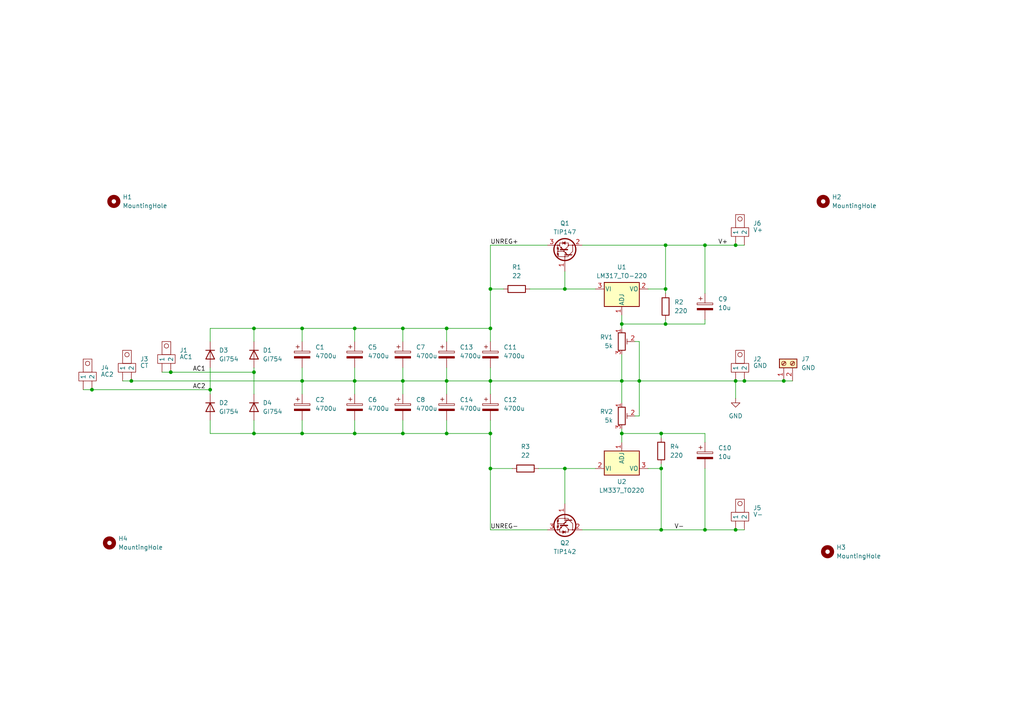
<source format=kicad_sch>
(kicad_sch (version 20250114) (generator "eeschema") (generator_version "9.0")
  (paper "A4")
  (lib_symbols
    (symbol "Connector:Screw_Terminal_01x02" (pin_names (offset 1.016) (hide yes))
      (property "Reference" "J" (at 0 2.54 0))
      (property "Value" "Screw_Terminal_01x02" (at 0 -5.08 0))
      (symbol "Screw_Terminal_01x02_1_1"
        (rectangle (start -1.27 1.27) (end 1.27 -3.81) (stroke (width 0.254)) (fill (type background)))
        (polyline (pts (xy -0.5334 0.3302) (xy 0.3302 -0.508)) (stroke (width 0.1524)))
        (polyline (pts (xy -0.5334 -2.2098) (xy 0.3302 -3.048)) (stroke (width 0.1524)))
        (polyline (pts (xy -0.3556 0.508) (xy 0.508 -0.3302)) (stroke (width 0.1524)))
        (polyline (pts (xy -0.3556 -2.032) (xy 0.508 -2.8702)) (stroke (width 0.1524)))
        (circle (center 0 0) (radius 0.635) (stroke (width 0.1524)))
        (circle (center 0 -2.54) (radius 0.635) (stroke (width 0.1524)))
        (pin passive line (at -5.08 0 0) (length 3.81) (name "Pin_1") (number "1"))
        (pin passive line (at -5.08 -2.54 0) (length 3.81) (name "Pin_2") (number "2"))
      )
    )
    (symbol "CustomSymbols:Spade_Connector" (pin_numbers (hide yes))
      (property "Reference" "J" (at 0 2.54 0))
      (symbol "Spade_Connector_0_1"
        (rectangle (start -2.54 0) (end 0 -5.08))
        (rectangle (start 0 -1.27) (end 3.81 -3.81))
        (circle (center 2.54 -2.54) (radius 0.635))
      )
      (symbol "Spade_Connector_1_1"
        (pin passive line (at -5.08 -1.27 0) (length 2.54) (name "1") (number "1"))
        (pin passive line (at -5.08 -3.81 0) (length 2.54) (name "2") (number "2"))
      )
    )
    (symbol "Device:C_Polarized" (pin_numbers (hide yes)) (pin_names (offset 0.254))
      (property "Reference" "C" (at 0.635 2.54 0))
      (property "Value" "C_Polarized" (at 0.635 -2.54 0))
      (symbol "C_Polarized_0_1"
        (rectangle (start -2.286 0.508) (end 2.286 1.016))
        (polyline (pts (xy -1.778 2.286) (xy -0.762 2.286)))
        (polyline (pts (xy -1.27 2.794) (xy -1.27 1.778)))
        (rectangle (start 2.286 -0.508) (end -2.286 -1.016) (fill (type outline)))
      )
      (symbol "C_Polarized_1_1"
        (pin passive line (at 0 3.81 270) (length 2.794) (name "~") (number "1"))
        (pin passive line (at 0 -3.81 90) (length 2.794) (name "~") (number "2"))
      )
    )
    (symbol "Device:D" (pin_numbers (hide yes)) (pin_names (offset 1.016) (hide yes))
      (property "Reference" "D" (at 0 2.54 0))
      (property "Value" "D" (at 0 -2.54 0))
      (symbol "D_0_1"
        (polyline (pts (xy -1.27 1.27) (xy -1.27 -1.27)) (stroke (width 0.254)))
        (polyline (pts (xy 1.27 1.27) (xy 1.27 -1.27) (xy -1.27 0) (xy 1.27 1.27)) (stroke (width 0.254)))
        (polyline (pts (xy 1.27 0) (xy -1.27 0)))
      )
      (symbol "D_1_1"
        (pin passive line (at -3.81 0 0) (length 2.54) (name "K") (number "1"))
        (pin passive line (at 3.81 0 180) (length 2.54) (name "A") (number "2"))
      )
    )
    (symbol "Device:R" (pin_numbers (hide yes)) (pin_names (offset 0))
      (property "Reference" "R" (at 2.032 0 90))
      (property "Value" "R" (at 0 0 90))
      (symbol "R_0_1"
        (rectangle (start -1.016 -2.54) (end 1.016 2.54) (stroke (width 0.254)))
      )
      (symbol "R_1_1"
        (pin passive line (at 0 3.81 270) (length 1.27) (name "~") (number "1"))
        (pin passive line (at 0 -3.81 90) (length 1.27) (name "~") (number "2"))
      )
    )
    (symbol "Device:R_Potentiometer_Trim" (pin_names (offset 1.016) (hide yes))
      (property "Reference" "RV" (at -4.445 0 90))
      (property "Value" "R_Potentiometer_Trim" (at -2.54 0 90))
      (symbol "R_Potentiometer_Trim_0_1"
        (rectangle (start 1.016 2.54) (end -1.016 -2.54) (stroke (width 0.254)))
        (polyline (pts (xy 1.524 0.762) (xy 1.524 -0.762)))
        (polyline (pts (xy 2.54 0) (xy 1.524 0)))
      )
      (symbol "R_Potentiometer_Trim_1_1"
        (pin passive line (at 0 3.81 270) (length 1.27) (name "1") (number "1"))
        (pin passive line (at 0 -3.81 90) (length 1.27) (name "3") (number "3"))
        (pin passive line (at 3.81 0 180) (length 1.27) (name "2") (number "2"))
      )
    )
    (symbol "Mechanical:MountingHole" (pin_names (offset 1.016)) (in_bom no)
      (property "Reference" "H" (at 0 5.08 0))
      (property "Value" "MountingHole" (at 0 3.175 0))
      (symbol "MountingHole_0_1"
        (circle (center 0 0) (radius 1.27) (stroke (width 1.27)))
      )
    )
    (symbol "Regulator_Linear:LM317_TO-220" (pin_names (offset 0.254))
      (property "Reference" "U" (at -3.81 3.175 0))
      (property "Value" "LM317_TO-220" (at 0 3.175 0))
      (symbol "LM317_TO-220_0_1"
        (rectangle (start -5.08 1.905) (end 5.08 -5.08) (stroke (width 0.254)) (fill (type background)))
      )
      (symbol "LM317_TO-220_1_1"
        (pin power_in line (at -7.62 0 0) (length 2.54) (name "VI") (number "3"))
        (pin input line (at 0 -7.62 90) (length 2.54) (name "ADJ") (number "1"))
        (pin power_out line (at 7.62 0 180) (length 2.54) (name "VO") (number "2"))
      )
    )
    (symbol "Regulator_Linear:LM337_TO220" (pin_names (offset 0.254))
      (property "Reference" "U" (at -3.81 -3.175 0))
      (property "Value" "LM337_TO220" (at 0 -3.175 0))
      (symbol "LM337_TO220_0_1"
        (rectangle (start -5.08 5.08) (end 5.08 -1.905) (stroke (width 0.254)) (fill (type background)))
      )
      (symbol "LM337_TO220_1_1"
        (pin power_in line (at -7.62 0 0) (length 2.54) (name "VI") (number "2"))
        (pin input line (at 0 7.62 270) (length 2.54) (name "ADJ") (number "1"))
        (pin power_out line (at 7.62 0 180) (length 2.54) (name "VO") (number "3"))
      )
    )
    (symbol "Transistor_BJT:TIP121" (pin_names (offset 0) (hide yes))
      (property "Reference" "Q" (at 5.08 1.905 0))
      (property "Value" "TIP121" (at 5.08 0 0))
      (symbol "TIP121_0_1"
        (polyline (pts (xy -1.27 0) (xy -0.889 0)))
        (circle (center -0.762 0) (radius 0.127))
        (polyline (pts (xy -0.254 2.032) (xy -0.254 0) (xy -0.254 0)) (stroke (width 0.3048)))
        (polyline (pts (xy -0.254 1.27) (xy 0.762 2.286) (xy 2.54 2.286)))
        (polyline (pts (xy -0.254 1.016) (xy -0.762 1.016) (xy -0.762 -2.032)))
        (polyline (pts (xy -0.254 0.762) (xy 0.762 -0.254) (xy 1.27 -0.254)))
        (polyline (pts (xy 0.635 -0.127) (xy 0.381 0.381) (xy 0.127 0.127) (xy 0.635 -0.127)))
        (polyline (pts (xy 0.762 -0.254) (xy 0.762 -2.032) (xy 1.143 -2.032) (xy 1.27 -1.778) (xy 1.397 -2.286) (xy 1.524 -1.778) (xy 1.651 -2.286) (xy 1.778 -1.778) (xy 1.905 -2.286) (xy 2.032 -2.032) (xy 2.54 -2.032)))
        (circle (center 0.762 -0.254) (radius 0.127))
        (polyline (pts (xy 0.762 -2.032) (xy 0.381 -2.032) (xy 0.254 -2.286) (xy 0.127 -1.778) (xy 0 -2.286) (xy -0.127 -1.778) (xy -0.254 -2.286) (xy -0.381 -1.778) (xy -0.508 -2.032) (xy -0.762 -2.032)))
        (circle (center 0.762 -2.032) (radius 0.127))
        (polyline (pts (xy 1.27 0.762) (xy 1.27 -1.27) (xy 1.27 -1.27)) (stroke (width 0.381)))
        (polyline (pts (xy 1.27 0) (xy 2.286 1.016) (xy 2.54 1.016) (xy 2.54 2.286)))
        (circle (center 1.27 0) (radius 3.175) (stroke (width 0.3556)))
        (polyline (pts (xy 1.27 -0.508) (xy 2.286 -1.524) (xy 2.54 -1.524) (xy 2.54 -2.032)))
        (polyline (pts (xy 2.159 -1.397) (xy 1.905 -0.889) (xy 1.651 -1.143) (xy 2.159 -1.397)))
        (circle (center 2.54 2.286) (radius 0.127))
        (circle (center 2.54 1.016) (radius 0.127))
        (polyline (pts (xy 2.54 -1.524) (xy 3.175 -1.524)))
        (circle (center 2.54 -1.524) (radius 0.127))
        (polyline (pts (xy 2.54 -2.032) (xy 2.54 -2.54)))
        (circle (center 2.54 -2.032) (radius 0.127))
        (polyline (pts (xy 2.794 0.127) (xy 3.556 0.127)))
        (polyline (pts (xy 3.175 1.016) (xy 2.54 1.016)))
        (polyline (pts (xy 3.175 1.016) (xy 3.175 0.127)))
        (polyline (pts (xy 3.175 0.127) (xy 2.794 -0.635) (xy 3.556 -0.635) (xy 3.175 0.127)) (fill (type outline)))
        (polyline (pts (xy 3.175 -0.635) (xy 3.175 -1.524)))
      )
      (symbol "TIP121_1_1"
        (pin input line (at -5.08 0 0) (length 3.81) (name "B") (number "1"))
        (pin passive line (at 2.54 5.08 270) (length 2.667) (name "C") (number "2"))
        (pin passive line (at 2.54 -5.08 90) (length 2.54) (name "E") (number "3"))
      )
    )
    (symbol "Transistor_BJT:TIP127" (pin_names (offset 0) (hide yes))
      (property "Reference" "Q" (at 5.08 1.905 0))
      (property "Value" "TIP127" (at 5.08 0 0))
      (symbol "TIP127_0_1"
        (polyline (pts (xy -1.27 0) (xy -0.889 0)))
        (circle (center -0.762 0) (radius 0.127))
        (polyline (pts (xy -0.254 2.032) (xy -0.254 0) (xy -0.254 0)) (stroke (width 0.3048)))
        (polyline (pts (xy -0.254 1.27) (xy 0.762 2.286) (xy 2.54 2.286)))
        (polyline (pts (xy -0.254 1.016) (xy -0.762 1.016) (xy -0.762 -2.032)))
        (polyline (pts (xy -0.254 0.762) (xy 0.762 -0.254) (xy 1.27 -0.254)))
        (polyline (pts (xy 0 0.508) (xy 0.254 0) (xy 0.508 0.254) (xy 0 0.508)))
        (polyline (pts (xy 0.762 -0.254) (xy 0.762 -2.032) (xy 1.143 -2.032) (xy 1.27 -1.778) (xy 1.397 -2.286) (xy 1.524 -1.778) (xy 1.651 -2.286) (xy 1.778 -1.778) (xy 1.905 -2.286) (xy 2.032 -2.032) (xy 2.54 -2.032)))
        (circle (center 0.762 -0.254) (radius 0.127))
        (polyline (pts (xy 0.762 -2.032) (xy 0.381 -2.032) (xy 0.254 -2.286) (xy 0.127 -1.778) (xy 0 -2.286) (xy -0.127 -1.778) (xy -0.254 -2.286) (xy -0.381 -1.778) (xy -0.508 -2.032) (xy -0.762 -2.032)))
        (circle (center 0.762 -2.032) (radius 0.127))
        (polyline (pts (xy 1.27 0.762) (xy 1.27 -1.27) (xy 1.27 -1.27)) (stroke (width 0.381)))
        (polyline (pts (xy 1.27 0) (xy 2.286 1.016) (xy 2.54 1.016) (xy 2.54 2.286)))
        (circle (center 1.27 0) (radius 3.175) (stroke (width 0.3556)))
        (polyline (pts (xy 1.27 -0.508) (xy 2.286 -1.524) (xy 2.54 -1.524) (xy 2.54 -2.032)))
        (polyline (pts (xy 1.524 -0.762) (xy 1.778 -1.27) (xy 2.032 -1.016) (xy 1.524 -0.762)))
        (circle (center 2.54 2.286) (radius 0.127))
        (circle (center 2.54 1.016) (radius 0.127))
        (polyline (pts (xy 2.54 -1.524) (xy 3.175 -1.524)))
        (circle (center 2.54 -1.524) (radius 0.127))
        (polyline (pts (xy 2.54 -2.032) (xy 2.54 -2.54)))
        (circle (center 2.54 -2.032) (radius 0.127))
        (polyline (pts (xy 2.794 -0.635) (xy 3.556 -0.635)))
        (polyline (pts (xy 3.175 1.016) (xy 2.54 1.016)))
        (polyline (pts (xy 3.175 0.127) (xy 3.175 1.016)))
        (polyline (pts (xy 3.175 -0.635) (xy 2.794 0.127) (xy 3.556 0.127) (xy 3.175 -0.635)) (fill (type outline)))
        (polyline (pts (xy 3.175 -1.524) (xy 3.175 -0.635)))
      )
      (symbol "TIP127_1_1"
        (pin input line (at -5.08 0 0) (length 3.81) (name "B") (number "1"))
        (pin passive line (at 2.54 5.08 270) (length 2.667) (name "C") (number "2"))
        (pin passive line (at 2.54 -5.08 90) (length 2.54) (name "E") (number "3"))
      )
    )
    (symbol "power:GND" (power) (pin_numbers (hide yes)) (pin_names (offset 0) (hide yes))
      (property "Value" "GND" (at 0 -3.81 0))
      (symbol "GND_0_1"
        (polyline (pts (xy 0 0) (xy 0 -1.27) (xy 1.27 -1.27) (xy 0 -2.54) (xy -1.27 -1.27) (xy 0 -1.27)))
      )
      (symbol "GND_1_1"
        (pin power_in line (at 0 0 270) (length 0) (name "~") (number "1"))
      )
    )
  )
  (junction (at 142.24 135.89))
  (junction (at 142.24 95.25))
  (junction (at 163.83 135.89))
  (junction (at 142.24 125.73))
  (junction (at 213.36 153.67))
  (junction (at 102.87 125.73))
  (junction (at 87.63 95.25))
  (junction (at 193.04 93.98))
  (junction (at 180.34 93.98))
  (junction (at 116.84 95.25))
  (junction (at 215.9 110.49))
  (junction (at 191.77 135.89))
  (junction (at 180.34 125.73))
  (junction (at 116.84 110.49))
  (junction (at 87.63 110.49))
  (junction (at 102.87 110.49))
  (junction (at 129.54 95.25))
  (junction (at 185.42 110.49))
  (junction (at 180.34 110.49))
  (junction (at 73.66 95.25))
  (junction (at 213.36 110.49))
  (junction (at 129.54 110.49))
  (junction (at 163.83 83.82))
  (junction (at 129.54 125.73))
  (junction (at 204.47 153.67))
  (junction (at 49.53 107.95))
  (junction (at 213.36 71.12))
  (junction (at 60.96 113.03))
  (junction (at 116.84 125.73))
  (junction (at 38.1 110.49))
  (junction (at 191.77 125.73))
  (junction (at 193.04 83.82))
  (junction (at 191.77 153.67))
  (junction (at 142.24 83.82))
  (junction (at 193.04 71.12))
  (junction (at 73.66 107.95))
  (junction (at 102.87 95.25))
  (junction (at 204.47 71.12))
  (junction (at 73.66 125.73))
  (junction (at 87.63 125.73))
  (junction (at 26.67 113.03))
  (junction (at 227.33 110.49))
  (junction (at 142.24 110.49))
  (wire (pts (xy 163.83 83.82) (xy 172.72 83.82)))
  (wire (pts (xy 129.54 110.49) (xy 142.24 110.49)))
  (wire (pts (xy 129.54 106.68) (xy 129.54 110.49)))
  (wire (pts (xy 142.24 83.82) (xy 146.05 83.82)))
  (wire (pts (xy 24.13 113.03) (xy 26.67 113.03)))
  (wire (pts (xy 168.91 71.12) (xy 193.04 71.12)))
  (wire (pts (xy 87.63 121.92) (xy 87.63 125.73)))
  (wire (pts (xy 142.24 71.12) (xy 142.24 83.82)))
  (wire (pts (xy 73.66 121.92) (xy 73.66 125.73)))
  (wire (pts (xy 191.77 135.89) (xy 187.96 135.89)))
  (wire (pts (xy 142.24 95.25) (xy 142.24 99.06)))
  (wire (pts (xy 87.63 106.68) (xy 87.63 110.49)))
  (wire (pts (xy 60.96 125.73) (xy 60.96 121.92)))
  (wire (pts (xy 185.42 120.65) (xy 184.15 120.65)))
  (wire (pts (xy 49.53 107.95) (xy 73.66 107.95)))
  (wire (pts (xy 142.24 110.49) (xy 142.24 114.3)))
  (wire (pts (xy 35.56 110.49) (xy 38.1 110.49)))
  (wire (pts (xy 213.36 110.49) (xy 215.9 110.49)))
  (wire (pts (xy 213.36 110.49) (xy 213.36 115.57)))
  (wire (pts (xy 193.04 92.71) (xy 193.04 93.98)))
  (wire (pts (xy 193.04 71.12) (xy 204.47 71.12)))
  (wire (pts (xy 73.66 106.68) (xy 73.66 107.95)))
  (wire (pts (xy 73.66 95.25) (xy 73.66 99.06)))
  (wire (pts (xy 102.87 125.73) (xy 87.63 125.73)))
  (wire (pts (xy 215.9 153.67) (xy 213.36 153.67)))
  (wire (pts (xy 73.66 95.25) (xy 87.63 95.25)))
  (wire (pts (xy 215.9 110.49) (xy 227.33 110.49)))
  (wire (pts (xy 187.96 83.82) (xy 193.04 83.82)))
  (wire (pts (xy 142.24 106.68) (xy 142.24 110.49)))
  (wire (pts (xy 142.24 110.49) (xy 180.34 110.49)))
  (wire (pts (xy 204.47 71.12) (xy 204.47 85.09)))
  (wire (pts (xy 204.47 135.89) (xy 204.47 153.67)))
  (wire (pts (xy 180.34 125.73) (xy 180.34 128.27)))
  (wire (pts (xy 116.84 106.68) (xy 116.84 110.49)))
  (wire (pts (xy 116.84 95.25) (xy 129.54 95.25)))
  (wire (pts (xy 73.66 107.95) (xy 73.66 114.3)))
  (wire (pts (xy 102.87 110.49) (xy 102.87 114.3)))
  (wire (pts (xy 180.34 91.44) (xy 180.34 93.98)))
  (wire (pts (xy 102.87 95.25) (xy 102.87 99.06)))
  (wire (pts (xy 185.42 110.49) (xy 213.36 110.49)))
  (wire (pts (xy 193.04 71.12) (xy 193.04 83.82)))
  (wire (pts (xy 129.54 95.25) (xy 142.24 95.25)))
  (wire (pts (xy 129.54 95.25) (xy 129.54 99.06)))
  (wire (pts (xy 191.77 134.62) (xy 191.77 135.89)))
  (wire (pts (xy 142.24 135.89) (xy 142.24 125.73)))
  (wire (pts (xy 60.96 106.68) (xy 60.96 113.03)))
  (wire (pts (xy 213.36 71.12) (xy 215.9 71.12)))
  (wire (pts (xy 191.77 127) (xy 191.77 125.73)))
  (wire (pts (xy 180.34 110.49) (xy 180.34 116.84)))
  (wire (pts (xy 163.83 135.89) (xy 172.72 135.89)))
  (wire (pts (xy 168.91 153.67) (xy 191.77 153.67)))
  (wire (pts (xy 191.77 135.89) (xy 191.77 153.67)))
  (wire (pts (xy 116.84 95.25) (xy 116.84 99.06)))
  (wire (pts (xy 129.54 110.49) (xy 129.54 114.3)))
  (wire (pts (xy 204.47 153.67) (xy 213.36 153.67)))
  (wire (pts (xy 156.21 135.89) (xy 163.83 135.89)))
  (wire (pts (xy 46.99 107.95) (xy 49.53 107.95)))
  (wire (pts (xy 153.67 83.82) (xy 163.83 83.82)))
  (wire (pts (xy 180.34 110.49) (xy 185.42 110.49)))
  (wire (pts (xy 142.24 135.89) (xy 148.59 135.89)))
  (wire (pts (xy 193.04 93.98) (xy 204.47 93.98)))
  (wire (pts (xy 180.34 102.87) (xy 180.34 110.49)))
  (wire (pts (xy 180.34 124.46) (xy 180.34 125.73)))
  (wire (pts (xy 163.83 135.89) (xy 163.83 146.05)))
  (wire (pts (xy 204.47 92.71) (xy 204.47 93.98)))
  (wire (pts (xy 87.63 125.73) (xy 73.66 125.73)))
  (wire (pts (xy 87.63 110.49) (xy 87.63 114.3)))
  (wire (pts (xy 142.24 153.67) (xy 142.24 135.89)))
  (wire (pts (xy 142.24 153.67) (xy 158.75 153.67)))
  (wire (pts (xy 38.1 110.49) (xy 87.63 110.49)))
  (wire (pts (xy 116.84 110.49) (xy 116.84 114.3)))
  (wire (pts (xy 185.42 99.06) (xy 185.42 110.49)))
  (wire (pts (xy 116.84 110.49) (xy 129.54 110.49)))
  (wire (pts (xy 60.96 95.25) (xy 60.96 99.06)))
  (wire (pts (xy 142.24 83.82) (xy 142.24 95.25)))
  (wire (pts (xy 227.33 110.49) (xy 229.87 110.49)))
  (wire (pts (xy 102.87 110.49) (xy 116.84 110.49)))
  (wire (pts (xy 180.34 125.73) (xy 191.77 125.73)))
  (wire (pts (xy 191.77 153.67) (xy 204.47 153.67)))
  (wire (pts (xy 142.24 121.92) (xy 142.24 125.73)))
  (wire (pts (xy 60.96 113.03) (xy 60.96 114.3)))
  (wire (pts (xy 87.63 95.25) (xy 102.87 95.25)))
  (wire (pts (xy 193.04 83.82) (xy 193.04 85.09)))
  (wire (pts (xy 163.83 78.74) (xy 163.83 83.82)))
  (wire (pts (xy 129.54 121.92) (xy 129.54 125.73)))
  (wire (pts (xy 102.87 121.92) (xy 102.87 125.73)))
  (wire (pts (xy 102.87 95.25) (xy 116.84 95.25)))
  (wire (pts (xy 60.96 95.25) (xy 73.66 95.25)))
  (wire (pts (xy 116.84 125.73) (xy 129.54 125.73)))
  (wire (pts (xy 180.34 93.98) (xy 180.34 95.25)))
  (wire (pts (xy 102.87 106.68) (xy 102.87 110.49)))
  (wire (pts (xy 204.47 71.12) (xy 213.36 71.12)))
  (wire (pts (xy 129.54 125.73) (xy 142.24 125.73)))
  (wire (pts (xy 184.15 99.06) (xy 185.42 99.06)))
  (wire (pts (xy 26.67 113.03) (xy 60.96 113.03)))
  (wire (pts (xy 204.47 125.73) (xy 191.77 125.73)))
  (wire (pts (xy 180.34 93.98) (xy 193.04 93.98)))
  (wire (pts (xy 116.84 121.92) (xy 116.84 125.73)))
  (wire (pts (xy 87.63 99.06) (xy 87.63 95.25)))
  (wire (pts (xy 142.24 71.12) (xy 158.75 71.12)))
  (wire (pts (xy 87.63 110.49) (xy 102.87 110.49)))
  (wire (pts (xy 116.84 125.73) (xy 102.87 125.73)))
  (wire (pts (xy 185.42 110.49) (xy 185.42 120.65)))
  (wire (pts (xy 60.96 125.73) (xy 73.66 125.73)))
  (wire (pts (xy 204.47 128.27) (xy 204.47 125.73)))
  (label "AC1" (at 55.88 107.95 0))
  (label "AC2" (at 55.88 113.03 0))
  (label "V-" (at 195.58 153.67 0))
  (label "UNREG-" (at 142.24 153.67 0))
  (label "UNREG+" (at 142.24 71.12 0))
  (label "V+" (at 208.28 71.12 0))
  (symbol (lib_id "Device:R") (at 149.86 83.82 90) (unit 1)
    (property "Reference" "R1" (at 149.86 77.47 90))
    (property "Value" "22" (at 149.86 80.01 90))
    (property "Footprint" "Resistor_THT:R_Axial_DIN0204_L3.6mm_D1.6mm_P7.62mm_Horizontal" (effects (hide yes)))
    (property "Description" "Resistor" (effects (hide yes)))
  )
  (symbol (lib_id "Mechanical:MountingHole") (at 33.02 58.42 0) (unit 1) (in_bom no)
    (property "Reference" "H1" (at 35.56 57.1499 0) (effects (justify left)))
    (property "Value" "MountingHole" (at 35.56 59.6899 0) (effects (justify left)))
    (property "Footprint" "MountingHole:MountingHole_3.2mm_M3" (effects (hide yes)))
    (property "Description" "Mounting Hole without connection" (effects (hide yes)))
  )
  (symbol (lib_id "Device:R") (at 191.77 130.81 180) (unit 1)
    (property "Reference" "R4" (at 194.31 129.5399 0) (effects (justify right)))
    (property "Value" "220" (at 194.31 132.0799 0) (effects (justify right)))
    (property "Footprint" "Resistor_THT:R_Axial_DIN0204_L3.6mm_D1.6mm_P7.62mm_Horizontal" (effects (hide yes)))
    (property "Description" "Resistor" (effects (hide yes)))
  )
  (symbol (lib_id "Device:C_Polarized") (at 129.54 102.87 0) (unit 1)
    (property "Reference" "C13" (at 133.35 100.7109 0) (effects (justify left)))
    (property "Value" "4700u" (at 133.35 103.2509 0) (effects (justify left)))
    (property "Footprint" "Capacitor_THT:CP_Radial_D18.0mm_P7.50mm" (effects (hide yes)))
    (property "Description" "Polarized capacitor" (effects (hide yes)))
  )
  (symbol (lib_id "power:GND") (at 213.36 115.57 0) (unit 1)
    (property "Reference" "#PWR01" (effects (hide yes)))
    (property "Value" "GND" (at 213.36 120.65 0))
    (property "Description" "Power symbol creates a global label with name \"GND\" , ground" (effects (hide yes)))
  )
  (symbol (lib_id "Device:C_Polarized") (at 87.63 102.87 0) (unit 1)
    (property "Reference" "C1" (at 91.44 100.7109 0) (effects (justify left)))
    (property "Value" "4700u" (at 91.44 103.2509 0) (effects (justify left)))
    (property "Footprint" "Capacitor_THT:CP_Radial_D18.0mm_P7.50mm" (effects (hide yes)))
    (property "Description" "Polarized capacitor" (effects (hide yes)))
  )
  (symbol (lib_id "Device:D") (at 60.96 102.87 270) (unit 1)
    (property "Reference" "D3" (at 63.5 101.5999 90) (effects (justify left)))
    (property "Value" "GI754" (at 63.5 104.1399 90) (effects (justify left)))
    (property "Footprint" "Diode_THT:D_P600_R-6_P12.70mm_Horizontal" (effects (hide yes)))
    (property "Description" "Diode" (effects (hide yes)))
    (property "Sim.Device" "D" (effects (hide yes)))
    (property "Sim.Pins" "1=K 2=A" (effects (hide yes)))
  )
  (symbol (lib_id "Transistor_BJT:TIP127") (at 163.83 73.66 270) (mirror x) (unit 1)
    (property "Reference" "Q1" (at 163.83 64.77 90))
    (property "Value" "TIP147" (at 163.83 67.31 90))
    (property "Footprint" "Package_TO_SOT_THT:TO-247-3_Horizontal_TabDown" (effects (hide yes)))
    (property "Datasheet" "https://www.onsemi.com/pub/Collateral/TIP120-D.PDF" (effects (hide yes)))
    (property "Description" "5A Ic, 100V Vce, Silicon Darlington Power PNP Transistor, TO-220" (effects (hide yes)))
  )
  (symbol (lib_id "CustomSymbols:Spade_Connector") (at 212.09 148.59 90) (unit 1)
    (property "Reference" "J5" (at 218.44 147.3199 90) (effects (justify right)))
    (property "Value" "V-" (at 218.44 149.225 90) (effects (justify right)))
    (property "Footprint" "Custom:Spade Connector" (effects (hide yes)))
  )
  (symbol (lib_id "Connector:Screw_Terminal_01x02") (at 227.33 105.41 90) (unit 1)
    (property "Reference" "J7" (at 232.41 104.1399 90) (effects (justify right)))
    (property "Value" "GND" (at 232.41 106.6799 90) (effects (justify right)))
    (property "Footprint" "TerminalBlock_Phoenix:TerminalBlock_Phoenix_MKDS-1,5-2_1x02_P5.00mm_Horizontal" (effects (hide yes)))
    (property "Description" "Generic screw terminal, single row, 01x02, script generated (kicad-library-utils/schlib/autogen/connector/)" (effects (hide yes)))
  )
  (symbol (lib_id "Device:C_Polarized") (at 87.63 118.11 0) (unit 1)
    (property "Reference" "C2" (at 91.44 115.9509 0) (effects (justify left)))
    (property "Value" "4700u" (at 91.44 118.4909 0) (effects (justify left)))
    (property "Footprint" "Capacitor_THT:CP_Radial_D18.0mm_P7.50mm" (effects (hide yes)))
    (property "Description" "Polarized capacitor" (effects (hide yes)))
  )
  (symbol (lib_id "Device:C_Polarized") (at 102.87 118.11 0) (unit 1)
    (property "Reference" "C6" (at 106.68 115.9509 0) (effects (justify left)))
    (property "Value" "4700u" (at 106.68 118.4909 0) (effects (justify left)))
    (property "Footprint" "Capacitor_THT:CP_Radial_D18.0mm_P7.50mm" (effects (hide yes)))
    (property "Description" "Polarized capacitor" (effects (hide yes)))
  )
  (symbol (lib_id "Device:R_Potentiometer_Trim") (at 180.34 120.65 0) (unit 1)
    (property "Reference" "RV2" (at 177.8 119.3799 0) (effects (justify right)))
    (property "Value" "5k" (at 177.8 121.9199 0) (effects (justify right)))
    (property "Footprint" "Custom:TRIM_T93YA103KT20" (effects (hide yes)))
    (property "Description" "Trim-potentiometer" (effects (hide yes)))
  )
  (symbol (lib_id "CustomSymbols:Spade_Connector") (at 45.72 102.87 90) (unit 1)
    (property "Reference" "J1" (at 52.07 101.5999 90) (effects (justify right)))
    (property "Value" "AC1" (at 52.07 103.505 90) (effects (justify right)))
    (property "Footprint" "Custom:Spade Connector" (effects (hide yes)))
  )
  (symbol (lib_id "Device:C_Polarized") (at 142.24 102.87 0) (unit 1)
    (property "Reference" "C11" (at 146.05 100.7109 0) (effects (justify left)))
    (property "Value" "4700u" (at 146.05 103.2509 0) (effects (justify left)))
    (property "Footprint" "Capacitor_THT:CP_Radial_D18.0mm_P7.50mm" (effects (hide yes)))
    (property "Description" "Polarized capacitor" (effects (hide yes)))
  )
  (symbol (lib_id "Device:R") (at 193.04 88.9 180) (unit 1)
    (property "Reference" "R2" (at 195.58 87.6299 0) (effects (justify right)))
    (property "Value" "220" (at 195.58 90.1699 0) (effects (justify right)))
    (property "Footprint" "Resistor_THT:R_Axial_DIN0204_L3.6mm_D1.6mm_P7.62mm_Horizontal" (effects (hide yes)))
    (property "Description" "Resistor" (effects (hide yes)))
  )
  (symbol (lib_id "Regulator_Linear:LM337_TO220") (at 180.34 135.89 0) (unit 1)
    (property "Reference" "U2" (at 180.34 139.7 0))
    (property "Value" "LM337_TO220" (at 180.34 142.24 0))
    (property "Footprint" "Package_TO_SOT_THT:TO-220-3_Vertical" (effects (hide yes)))
    (property "Datasheet" "http://www.ti.com/lit/ds/symlink/lm337-n.pdf" (effects (hide yes)))
    (property "Description" "Negative 1.5A 35V Adjustable Linear Regulator, TO-220" (effects (hide yes)))
  )
  (symbol (lib_id "CustomSymbols:Spade_Connector") (at 22.86 107.95 90) (unit 1)
    (property "Reference" "J4" (at 29.21 106.6799 90) (effects (justify right)))
    (property "Value" "AC2" (at 29.21 108.585 90) (effects (justify right)))
    (property "Footprint" "Custom:Spade Connector" (effects (hide yes)))
  )
  (symbol (lib_id "CustomSymbols:Spade_Connector") (at 212.09 66.04 90) (unit 1)
    (property "Reference" "J6" (at 218.44 64.7699 90) (effects (justify right)))
    (property "Value" "V+" (at 218.44 66.675 90) (effects (justify right)))
    (property "Footprint" "Custom:Spade Connector" (effects (hide yes)))
  )
  (symbol (lib_id "Device:C_Polarized") (at 116.84 102.87 0) (unit 1)
    (property "Reference" "C7" (at 120.65 100.7109 0) (effects (justify left)))
    (property "Value" "4700u" (at 120.65 103.2509 0) (effects (justify left)))
    (property "Footprint" "Capacitor_THT:CP_Radial_D18.0mm_P7.50mm" (effects (hide yes)))
    (property "Description" "Polarized capacitor" (effects (hide yes)))
  )
  (symbol (lib_id "Mechanical:MountingHole") (at 240.03 160.02 0) (unit 1) (in_bom no)
    (property "Reference" "H3" (at 242.57 158.7499 0) (effects (justify left)))
    (property "Value" "MountingHole" (at 242.57 161.2899 0) (effects (justify left)))
    (property "Footprint" "MountingHole:MountingHole_3.2mm_M3" (effects (hide yes)))
    (property "Description" "Mounting Hole without connection" (effects (hide yes)))
  )
  (symbol (lib_id "CustomSymbols:Spade_Connector") (at 212.09 105.41 90) (unit 1)
    (property "Reference" "J2" (at 218.44 104.1399 90) (effects (justify right)))
    (property "Value" "GND" (at 218.44 106.045 90) (effects (justify right)))
    (property "Footprint" "Custom:Spade Connector" (effects (hide yes)))
  )
  (symbol (lib_id "Mechanical:MountingHole") (at 238.76 58.42 0) (unit 1) (in_bom no)
    (property "Reference" "H2" (at 241.3 57.1499 0) (effects (justify left)))
    (property "Value" "MountingHole" (at 241.3 59.6899 0) (effects (justify left)))
    (property "Footprint" "MountingHole:MountingHole_3.2mm_M3" (effects (hide yes)))
    (property "Description" "Mounting Hole without connection" (effects (hide yes)))
  )
  (symbol (lib_id "Device:C_Polarized") (at 142.24 118.11 0) (unit 1)
    (property "Reference" "C12" (at 146.05 115.9509 0) (effects (justify left)))
    (property "Value" "4700u" (at 146.05 118.4909 0) (effects (justify left)))
    (property "Footprint" "Capacitor_THT:CP_Radial_D18.0mm_P7.50mm" (effects (hide yes)))
    (property "Description" "Polarized capacitor" (effects (hide yes)))
  )
  (symbol (lib_id "Device:R") (at 152.4 135.89 90) (unit 1)
    (property "Reference" "R3" (at 152.4 129.54 90))
    (property "Value" "22" (at 152.4 132.08 90))
    (property "Footprint" "Resistor_THT:R_Axial_DIN0204_L3.6mm_D1.6mm_P7.62mm_Horizontal" (effects (hide yes)))
    (property "Description" "Resistor" (effects (hide yes)))
  )
  (symbol (lib_id "Device:D") (at 73.66 102.87 270) (unit 1)
    (property "Reference" "D1" (at 76.2 101.5999 90) (effects (justify left)))
    (property "Value" "GI754" (at 76.2 104.1399 90) (effects (justify left)))
    (property "Footprint" "Diode_THT:D_P600_R-6_P12.70mm_Horizontal" (effects (hide yes)))
    (property "Description" "Diode" (effects (hide yes)))
    (property "Sim.Device" "D" (effects (hide yes)))
    (property "Sim.Pins" "1=K 2=A" (effects (hide yes)))
  )
  (symbol (lib_id "Mechanical:MountingHole") (at 31.75 157.48 0) (unit 1) (in_bom no)
    (property "Reference" "H4" (at 34.29 156.2099 0) (effects (justify left)))
    (property "Value" "MountingHole" (at 34.29 158.7499 0) (effects (justify left)))
    (property "Footprint" "MountingHole:MountingHole_3.2mm_M3" (effects (hide yes)))
    (property "Description" "Mounting Hole without connection" (effects (hide yes)))
  )
  (symbol (lib_id "Device:D") (at 73.66 118.11 270) (unit 1)
    (property "Reference" "D4" (at 76.2 116.8399 90) (effects (justify left)))
    (property "Value" "GI754" (at 76.2 119.3799 90) (effects (justify left)))
    (property "Footprint" "Diode_THT:D_P600_R-6_P12.70mm_Horizontal" (effects (hide yes)))
    (property "Description" "Diode" (effects (hide yes)))
    (property "Sim.Device" "D" (effects (hide yes)))
    (property "Sim.Pins" "1=K 2=A" (effects (hide yes)))
  )
  (symbol (lib_id "Regulator_Linear:LM317_TO-220") (at 180.34 83.82 0) (unit 1)
    (property "Reference" "U1" (at 180.34 77.47 0))
    (property "Value" "LM317_TO-220" (at 180.34 80.01 0))
    (property "Footprint" "Package_TO_SOT_THT:TO-220-3_Vertical" (effects (hide yes)))
    (property "Datasheet" "http://www.ti.com/lit/ds/symlink/lm317.pdf" (effects (hide yes)))
    (property "Description" "1.5A 35V Adjustable Linear Regulator, TO-220" (effects (hide yes)))
  )
  (symbol (lib_id "Transistor_BJT:TIP121") (at 163.83 151.13 270) (unit 1)
    (property "Reference" "Q2" (at 163.83 157.48 90))
    (property "Value" "TIP142" (at 163.83 160.02 90))
    (property "Footprint" "Package_TO_SOT_THT:TO-247-3_Horizontal_TabDown" (effects (hide yes)))
    (property "Datasheet" "https://www.onsemi.com/pub/Collateral/TIP120-D.PDF" (effects (hide yes)))
    (property "Description" "5A Ic, 80V Vce, Silicon Darlington Power NPN Transistor, TO-220" (effects (hide yes)))
  )
  (symbol (lib_id "Device:C_Polarized") (at 129.54 118.11 0) (unit 1)
    (property "Reference" "C14" (at 133.35 115.9509 0) (effects (justify left)))
    (property "Value" "4700u" (at 133.35 118.4909 0) (effects (justify left)))
    (property "Footprint" "Capacitor_THT:CP_Radial_D18.0mm_P7.50mm" (effects (hide yes)))
    (property "Description" "Polarized capacitor" (effects (hide yes)))
  )
  (symbol (lib_id "Device:C_Polarized") (at 116.84 118.11 0) (unit 1)
    (property "Reference" "C8" (at 120.65 115.9509 0) (effects (justify left)))
    (property "Value" "4700u" (at 120.65 118.4909 0) (effects (justify left)))
    (property "Footprint" "Capacitor_THT:CP_Radial_D18.0mm_P7.50mm" (effects (hide yes)))
    (property "Description" "Polarized capacitor" (effects (hide yes)))
  )
  (symbol (lib_id "Device:C_Polarized") (at 204.47 132.08 0) (unit 1)
    (property "Reference" "C10" (at 208.28 129.9209 0) (effects (justify left)))
    (property "Value" "10u" (at 208.28 132.4609 0) (effects (justify left)))
    (property "Footprint" "Capacitor_THT:CP_Radial_D4.0mm_P2.00mm" (effects (hide yes)))
    (property "Description" "Polarized capacitor" (effects (hide yes)))
  )
  (symbol (lib_id "CustomSymbols:Spade_Connector") (at 34.29 105.41 90) (unit 1)
    (property "Reference" "J3" (at 40.64 104.1399 90) (effects (justify right)))
    (property "Value" "CT" (at 40.64 106.045 90) (effects (justify right)))
    (property "Footprint" "Custom:Spade Connector" (effects (hide yes)))
  )
  (symbol (lib_id "Device:R_Potentiometer_Trim") (at 180.34 99.06 0) (unit 1)
    (property "Reference" "RV1" (at 177.8 97.7899 0) (effects (justify right)))
    (property "Value" "5k" (at 177.8 100.3299 0) (effects (justify right)))
    (property "Footprint" "Custom:TRIM_T93YA103KT20" (effects (hide yes)))
    (property "Description" "Trim-potentiometer" (effects (hide yes)))
  )
  (symbol (lib_id "Device:D") (at 60.96 118.11 270) (unit 1)
    (property "Reference" "D2" (at 63.5 116.8399 90) (effects (justify left)))
    (property "Value" "GI754" (at 63.5 119.3799 90) (effects (justify left)))
    (property "Footprint" "Diode_THT:D_P600_R-6_P12.70mm_Horizontal" (effects (hide yes)))
    (property "Description" "Diode" (effects (hide yes)))
    (property "Sim.Device" "D" (effects (hide yes)))
    (property "Sim.Pins" "1=K 2=A" (effects (hide yes)))
  )
  (symbol (lib_id "Device:C_Polarized") (at 204.47 88.9 0) (unit 1)
    (property "Reference" "C9" (at 208.28 86.7409 0) (effects (justify left)))
    (property "Value" "10u" (at 208.28 89.2809 0) (effects (justify left)))
    (property "Footprint" "Capacitor_THT:CP_Radial_D4.0mm_P2.00mm" (effects (hide yes)))
    (property "Description" "Polarized capacitor" (effects (hide yes)))
  )
  (symbol (lib_id "Device:C_Polarized") (at 102.87 102.87 0) (unit 1)
    (property "Reference" "C5" (at 106.68 100.7109 0) (effects (justify left)))
    (property "Value" "4700u" (at 106.68 103.2509 0) (effects (justify left)))
    (property "Footprint" "Capacitor_THT:CP_Radial_D18.0mm_P7.50mm" (effects (hide yes)))
    (property "Description" "Polarized capacitor" (effects (hide yes)))
  )
)
</source>
